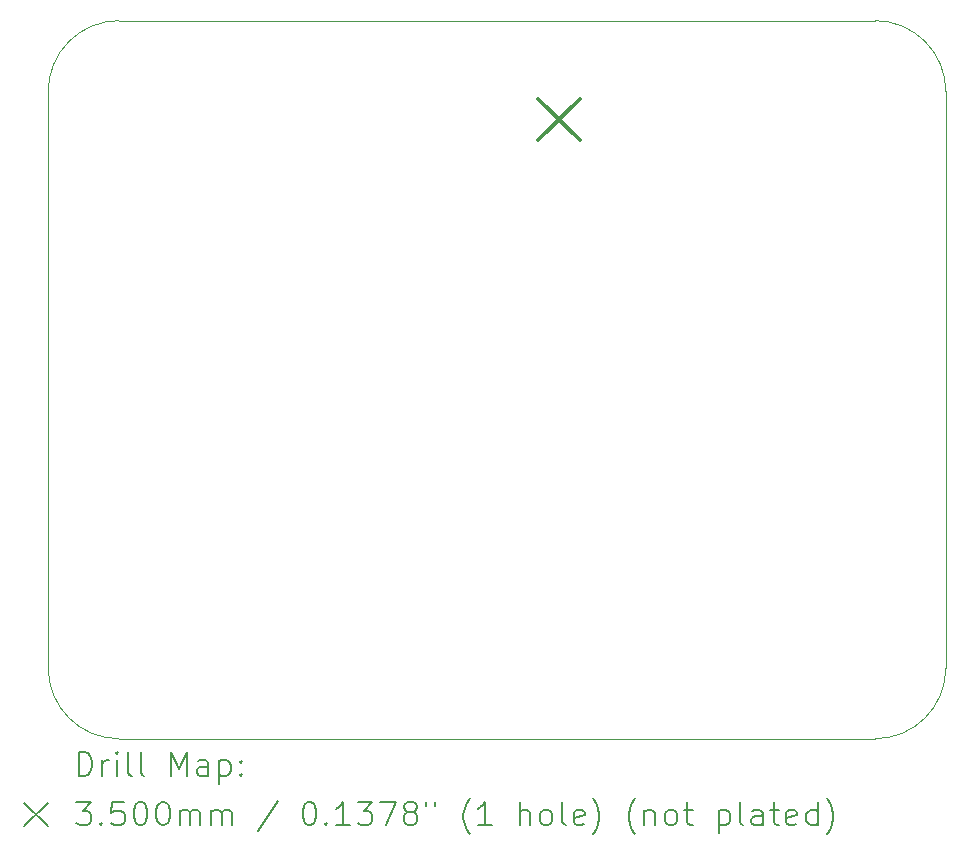
<source format=gbr>
%TF.GenerationSoftware,KiCad,Pcbnew,8.0.3*%
%TF.CreationDate,2024-10-06T22:03:06-03:00*%
%TF.ProjectId,digital_dice,64696769-7461-46c5-9f64-6963652e6b69,rev?*%
%TF.SameCoordinates,Original*%
%TF.FileFunction,Drillmap*%
%TF.FilePolarity,Positive*%
%FSLAX45Y45*%
G04 Gerber Fmt 4.5, Leading zero omitted, Abs format (unit mm)*
G04 Created by KiCad (PCBNEW 8.0.3) date 2024-10-06 22:03:06*
%MOMM*%
%LPD*%
G01*
G04 APERTURE LIST*
%ADD10C,0.050000*%
%ADD11C,0.200000*%
%ADD12C,0.350000*%
G04 APERTURE END LIST*
D10*
X19200000Y-15200000D02*
X19200000Y-10320000D01*
X12200000Y-15800000D02*
X18600000Y-15800000D01*
X11600000Y-10320000D02*
X11600000Y-15200000D01*
X18600000Y-9720000D02*
X12200000Y-9720000D01*
X18600000Y-9720000D02*
G75*
G02*
X19200000Y-10320000I0J-600000D01*
G01*
X19200000Y-15200000D02*
G75*
G02*
X18600000Y-15800000I-600000J0D01*
G01*
X12200000Y-15800000D02*
G75*
G02*
X11600000Y-15200000I0J600000D01*
G01*
X11600000Y-10320000D02*
G75*
G02*
X12200000Y-9720000I600000J0D01*
G01*
D11*
D12*
X15750489Y-10381989D02*
X16100489Y-10731989D01*
X16100489Y-10381989D02*
X15750489Y-10731989D01*
D11*
X11858277Y-16113984D02*
X11858277Y-15913984D01*
X11858277Y-15913984D02*
X11905896Y-15913984D01*
X11905896Y-15913984D02*
X11934467Y-15923508D01*
X11934467Y-15923508D02*
X11953515Y-15942555D01*
X11953515Y-15942555D02*
X11963039Y-15961603D01*
X11963039Y-15961603D02*
X11972562Y-15999698D01*
X11972562Y-15999698D02*
X11972562Y-16028269D01*
X11972562Y-16028269D02*
X11963039Y-16066365D01*
X11963039Y-16066365D02*
X11953515Y-16085412D01*
X11953515Y-16085412D02*
X11934467Y-16104460D01*
X11934467Y-16104460D02*
X11905896Y-16113984D01*
X11905896Y-16113984D02*
X11858277Y-16113984D01*
X12058277Y-16113984D02*
X12058277Y-15980650D01*
X12058277Y-16018746D02*
X12067801Y-15999698D01*
X12067801Y-15999698D02*
X12077324Y-15990174D01*
X12077324Y-15990174D02*
X12096372Y-15980650D01*
X12096372Y-15980650D02*
X12115420Y-15980650D01*
X12182086Y-16113984D02*
X12182086Y-15980650D01*
X12182086Y-15913984D02*
X12172562Y-15923508D01*
X12172562Y-15923508D02*
X12182086Y-15933031D01*
X12182086Y-15933031D02*
X12191610Y-15923508D01*
X12191610Y-15923508D02*
X12182086Y-15913984D01*
X12182086Y-15913984D02*
X12182086Y-15933031D01*
X12305896Y-16113984D02*
X12286848Y-16104460D01*
X12286848Y-16104460D02*
X12277324Y-16085412D01*
X12277324Y-16085412D02*
X12277324Y-15913984D01*
X12410658Y-16113984D02*
X12391610Y-16104460D01*
X12391610Y-16104460D02*
X12382086Y-16085412D01*
X12382086Y-16085412D02*
X12382086Y-15913984D01*
X12639229Y-16113984D02*
X12639229Y-15913984D01*
X12639229Y-15913984D02*
X12705896Y-16056841D01*
X12705896Y-16056841D02*
X12772562Y-15913984D01*
X12772562Y-15913984D02*
X12772562Y-16113984D01*
X12953515Y-16113984D02*
X12953515Y-16009222D01*
X12953515Y-16009222D02*
X12943991Y-15990174D01*
X12943991Y-15990174D02*
X12924943Y-15980650D01*
X12924943Y-15980650D02*
X12886848Y-15980650D01*
X12886848Y-15980650D02*
X12867801Y-15990174D01*
X12953515Y-16104460D02*
X12934467Y-16113984D01*
X12934467Y-16113984D02*
X12886848Y-16113984D01*
X12886848Y-16113984D02*
X12867801Y-16104460D01*
X12867801Y-16104460D02*
X12858277Y-16085412D01*
X12858277Y-16085412D02*
X12858277Y-16066365D01*
X12858277Y-16066365D02*
X12867801Y-16047317D01*
X12867801Y-16047317D02*
X12886848Y-16037793D01*
X12886848Y-16037793D02*
X12934467Y-16037793D01*
X12934467Y-16037793D02*
X12953515Y-16028269D01*
X13048753Y-15980650D02*
X13048753Y-16180650D01*
X13048753Y-15990174D02*
X13067801Y-15980650D01*
X13067801Y-15980650D02*
X13105896Y-15980650D01*
X13105896Y-15980650D02*
X13124943Y-15990174D01*
X13124943Y-15990174D02*
X13134467Y-15999698D01*
X13134467Y-15999698D02*
X13143991Y-16018746D01*
X13143991Y-16018746D02*
X13143991Y-16075888D01*
X13143991Y-16075888D02*
X13134467Y-16094936D01*
X13134467Y-16094936D02*
X13124943Y-16104460D01*
X13124943Y-16104460D02*
X13105896Y-16113984D01*
X13105896Y-16113984D02*
X13067801Y-16113984D01*
X13067801Y-16113984D02*
X13048753Y-16104460D01*
X13229705Y-16094936D02*
X13239229Y-16104460D01*
X13239229Y-16104460D02*
X13229705Y-16113984D01*
X13229705Y-16113984D02*
X13220182Y-16104460D01*
X13220182Y-16104460D02*
X13229705Y-16094936D01*
X13229705Y-16094936D02*
X13229705Y-16113984D01*
X13229705Y-15990174D02*
X13239229Y-15999698D01*
X13239229Y-15999698D02*
X13229705Y-16009222D01*
X13229705Y-16009222D02*
X13220182Y-15999698D01*
X13220182Y-15999698D02*
X13229705Y-15990174D01*
X13229705Y-15990174D02*
X13229705Y-16009222D01*
X11397500Y-16342500D02*
X11597500Y-16542500D01*
X11597500Y-16342500D02*
X11397500Y-16542500D01*
X11839229Y-16333984D02*
X11963039Y-16333984D01*
X11963039Y-16333984D02*
X11896372Y-16410174D01*
X11896372Y-16410174D02*
X11924943Y-16410174D01*
X11924943Y-16410174D02*
X11943991Y-16419698D01*
X11943991Y-16419698D02*
X11953515Y-16429222D01*
X11953515Y-16429222D02*
X11963039Y-16448269D01*
X11963039Y-16448269D02*
X11963039Y-16495888D01*
X11963039Y-16495888D02*
X11953515Y-16514936D01*
X11953515Y-16514936D02*
X11943991Y-16524460D01*
X11943991Y-16524460D02*
X11924943Y-16533984D01*
X11924943Y-16533984D02*
X11867801Y-16533984D01*
X11867801Y-16533984D02*
X11848753Y-16524460D01*
X11848753Y-16524460D02*
X11839229Y-16514936D01*
X12048753Y-16514936D02*
X12058277Y-16524460D01*
X12058277Y-16524460D02*
X12048753Y-16533984D01*
X12048753Y-16533984D02*
X12039229Y-16524460D01*
X12039229Y-16524460D02*
X12048753Y-16514936D01*
X12048753Y-16514936D02*
X12048753Y-16533984D01*
X12239229Y-16333984D02*
X12143991Y-16333984D01*
X12143991Y-16333984D02*
X12134467Y-16429222D01*
X12134467Y-16429222D02*
X12143991Y-16419698D01*
X12143991Y-16419698D02*
X12163039Y-16410174D01*
X12163039Y-16410174D02*
X12210658Y-16410174D01*
X12210658Y-16410174D02*
X12229705Y-16419698D01*
X12229705Y-16419698D02*
X12239229Y-16429222D01*
X12239229Y-16429222D02*
X12248753Y-16448269D01*
X12248753Y-16448269D02*
X12248753Y-16495888D01*
X12248753Y-16495888D02*
X12239229Y-16514936D01*
X12239229Y-16514936D02*
X12229705Y-16524460D01*
X12229705Y-16524460D02*
X12210658Y-16533984D01*
X12210658Y-16533984D02*
X12163039Y-16533984D01*
X12163039Y-16533984D02*
X12143991Y-16524460D01*
X12143991Y-16524460D02*
X12134467Y-16514936D01*
X12372562Y-16333984D02*
X12391610Y-16333984D01*
X12391610Y-16333984D02*
X12410658Y-16343508D01*
X12410658Y-16343508D02*
X12420182Y-16353031D01*
X12420182Y-16353031D02*
X12429705Y-16372079D01*
X12429705Y-16372079D02*
X12439229Y-16410174D01*
X12439229Y-16410174D02*
X12439229Y-16457793D01*
X12439229Y-16457793D02*
X12429705Y-16495888D01*
X12429705Y-16495888D02*
X12420182Y-16514936D01*
X12420182Y-16514936D02*
X12410658Y-16524460D01*
X12410658Y-16524460D02*
X12391610Y-16533984D01*
X12391610Y-16533984D02*
X12372562Y-16533984D01*
X12372562Y-16533984D02*
X12353515Y-16524460D01*
X12353515Y-16524460D02*
X12343991Y-16514936D01*
X12343991Y-16514936D02*
X12334467Y-16495888D01*
X12334467Y-16495888D02*
X12324943Y-16457793D01*
X12324943Y-16457793D02*
X12324943Y-16410174D01*
X12324943Y-16410174D02*
X12334467Y-16372079D01*
X12334467Y-16372079D02*
X12343991Y-16353031D01*
X12343991Y-16353031D02*
X12353515Y-16343508D01*
X12353515Y-16343508D02*
X12372562Y-16333984D01*
X12563039Y-16333984D02*
X12582086Y-16333984D01*
X12582086Y-16333984D02*
X12601134Y-16343508D01*
X12601134Y-16343508D02*
X12610658Y-16353031D01*
X12610658Y-16353031D02*
X12620182Y-16372079D01*
X12620182Y-16372079D02*
X12629705Y-16410174D01*
X12629705Y-16410174D02*
X12629705Y-16457793D01*
X12629705Y-16457793D02*
X12620182Y-16495888D01*
X12620182Y-16495888D02*
X12610658Y-16514936D01*
X12610658Y-16514936D02*
X12601134Y-16524460D01*
X12601134Y-16524460D02*
X12582086Y-16533984D01*
X12582086Y-16533984D02*
X12563039Y-16533984D01*
X12563039Y-16533984D02*
X12543991Y-16524460D01*
X12543991Y-16524460D02*
X12534467Y-16514936D01*
X12534467Y-16514936D02*
X12524943Y-16495888D01*
X12524943Y-16495888D02*
X12515420Y-16457793D01*
X12515420Y-16457793D02*
X12515420Y-16410174D01*
X12515420Y-16410174D02*
X12524943Y-16372079D01*
X12524943Y-16372079D02*
X12534467Y-16353031D01*
X12534467Y-16353031D02*
X12543991Y-16343508D01*
X12543991Y-16343508D02*
X12563039Y-16333984D01*
X12715420Y-16533984D02*
X12715420Y-16400650D01*
X12715420Y-16419698D02*
X12724943Y-16410174D01*
X12724943Y-16410174D02*
X12743991Y-16400650D01*
X12743991Y-16400650D02*
X12772563Y-16400650D01*
X12772563Y-16400650D02*
X12791610Y-16410174D01*
X12791610Y-16410174D02*
X12801134Y-16429222D01*
X12801134Y-16429222D02*
X12801134Y-16533984D01*
X12801134Y-16429222D02*
X12810658Y-16410174D01*
X12810658Y-16410174D02*
X12829705Y-16400650D01*
X12829705Y-16400650D02*
X12858277Y-16400650D01*
X12858277Y-16400650D02*
X12877324Y-16410174D01*
X12877324Y-16410174D02*
X12886848Y-16429222D01*
X12886848Y-16429222D02*
X12886848Y-16533984D01*
X12982086Y-16533984D02*
X12982086Y-16400650D01*
X12982086Y-16419698D02*
X12991610Y-16410174D01*
X12991610Y-16410174D02*
X13010658Y-16400650D01*
X13010658Y-16400650D02*
X13039229Y-16400650D01*
X13039229Y-16400650D02*
X13058277Y-16410174D01*
X13058277Y-16410174D02*
X13067801Y-16429222D01*
X13067801Y-16429222D02*
X13067801Y-16533984D01*
X13067801Y-16429222D02*
X13077324Y-16410174D01*
X13077324Y-16410174D02*
X13096372Y-16400650D01*
X13096372Y-16400650D02*
X13124943Y-16400650D01*
X13124943Y-16400650D02*
X13143991Y-16410174D01*
X13143991Y-16410174D02*
X13153515Y-16429222D01*
X13153515Y-16429222D02*
X13153515Y-16533984D01*
X13543991Y-16324460D02*
X13372563Y-16581603D01*
X13801134Y-16333984D02*
X13820182Y-16333984D01*
X13820182Y-16333984D02*
X13839229Y-16343508D01*
X13839229Y-16343508D02*
X13848753Y-16353031D01*
X13848753Y-16353031D02*
X13858277Y-16372079D01*
X13858277Y-16372079D02*
X13867801Y-16410174D01*
X13867801Y-16410174D02*
X13867801Y-16457793D01*
X13867801Y-16457793D02*
X13858277Y-16495888D01*
X13858277Y-16495888D02*
X13848753Y-16514936D01*
X13848753Y-16514936D02*
X13839229Y-16524460D01*
X13839229Y-16524460D02*
X13820182Y-16533984D01*
X13820182Y-16533984D02*
X13801134Y-16533984D01*
X13801134Y-16533984D02*
X13782086Y-16524460D01*
X13782086Y-16524460D02*
X13772563Y-16514936D01*
X13772563Y-16514936D02*
X13763039Y-16495888D01*
X13763039Y-16495888D02*
X13753515Y-16457793D01*
X13753515Y-16457793D02*
X13753515Y-16410174D01*
X13753515Y-16410174D02*
X13763039Y-16372079D01*
X13763039Y-16372079D02*
X13772563Y-16353031D01*
X13772563Y-16353031D02*
X13782086Y-16343508D01*
X13782086Y-16343508D02*
X13801134Y-16333984D01*
X13953515Y-16514936D02*
X13963039Y-16524460D01*
X13963039Y-16524460D02*
X13953515Y-16533984D01*
X13953515Y-16533984D02*
X13943991Y-16524460D01*
X13943991Y-16524460D02*
X13953515Y-16514936D01*
X13953515Y-16514936D02*
X13953515Y-16533984D01*
X14153515Y-16533984D02*
X14039229Y-16533984D01*
X14096372Y-16533984D02*
X14096372Y-16333984D01*
X14096372Y-16333984D02*
X14077325Y-16362555D01*
X14077325Y-16362555D02*
X14058277Y-16381603D01*
X14058277Y-16381603D02*
X14039229Y-16391127D01*
X14220182Y-16333984D02*
X14343991Y-16333984D01*
X14343991Y-16333984D02*
X14277325Y-16410174D01*
X14277325Y-16410174D02*
X14305896Y-16410174D01*
X14305896Y-16410174D02*
X14324944Y-16419698D01*
X14324944Y-16419698D02*
X14334467Y-16429222D01*
X14334467Y-16429222D02*
X14343991Y-16448269D01*
X14343991Y-16448269D02*
X14343991Y-16495888D01*
X14343991Y-16495888D02*
X14334467Y-16514936D01*
X14334467Y-16514936D02*
X14324944Y-16524460D01*
X14324944Y-16524460D02*
X14305896Y-16533984D01*
X14305896Y-16533984D02*
X14248753Y-16533984D01*
X14248753Y-16533984D02*
X14229706Y-16524460D01*
X14229706Y-16524460D02*
X14220182Y-16514936D01*
X14410658Y-16333984D02*
X14543991Y-16333984D01*
X14543991Y-16333984D02*
X14458277Y-16533984D01*
X14648753Y-16419698D02*
X14629706Y-16410174D01*
X14629706Y-16410174D02*
X14620182Y-16400650D01*
X14620182Y-16400650D02*
X14610658Y-16381603D01*
X14610658Y-16381603D02*
X14610658Y-16372079D01*
X14610658Y-16372079D02*
X14620182Y-16353031D01*
X14620182Y-16353031D02*
X14629706Y-16343508D01*
X14629706Y-16343508D02*
X14648753Y-16333984D01*
X14648753Y-16333984D02*
X14686848Y-16333984D01*
X14686848Y-16333984D02*
X14705896Y-16343508D01*
X14705896Y-16343508D02*
X14715420Y-16353031D01*
X14715420Y-16353031D02*
X14724944Y-16372079D01*
X14724944Y-16372079D02*
X14724944Y-16381603D01*
X14724944Y-16381603D02*
X14715420Y-16400650D01*
X14715420Y-16400650D02*
X14705896Y-16410174D01*
X14705896Y-16410174D02*
X14686848Y-16419698D01*
X14686848Y-16419698D02*
X14648753Y-16419698D01*
X14648753Y-16419698D02*
X14629706Y-16429222D01*
X14629706Y-16429222D02*
X14620182Y-16438746D01*
X14620182Y-16438746D02*
X14610658Y-16457793D01*
X14610658Y-16457793D02*
X14610658Y-16495888D01*
X14610658Y-16495888D02*
X14620182Y-16514936D01*
X14620182Y-16514936D02*
X14629706Y-16524460D01*
X14629706Y-16524460D02*
X14648753Y-16533984D01*
X14648753Y-16533984D02*
X14686848Y-16533984D01*
X14686848Y-16533984D02*
X14705896Y-16524460D01*
X14705896Y-16524460D02*
X14715420Y-16514936D01*
X14715420Y-16514936D02*
X14724944Y-16495888D01*
X14724944Y-16495888D02*
X14724944Y-16457793D01*
X14724944Y-16457793D02*
X14715420Y-16438746D01*
X14715420Y-16438746D02*
X14705896Y-16429222D01*
X14705896Y-16429222D02*
X14686848Y-16419698D01*
X14801134Y-16333984D02*
X14801134Y-16372079D01*
X14877325Y-16333984D02*
X14877325Y-16372079D01*
X15172563Y-16610174D02*
X15163039Y-16600650D01*
X15163039Y-16600650D02*
X15143991Y-16572079D01*
X15143991Y-16572079D02*
X15134468Y-16553031D01*
X15134468Y-16553031D02*
X15124944Y-16524460D01*
X15124944Y-16524460D02*
X15115420Y-16476841D01*
X15115420Y-16476841D02*
X15115420Y-16438746D01*
X15115420Y-16438746D02*
X15124944Y-16391127D01*
X15124944Y-16391127D02*
X15134468Y-16362555D01*
X15134468Y-16362555D02*
X15143991Y-16343508D01*
X15143991Y-16343508D02*
X15163039Y-16314936D01*
X15163039Y-16314936D02*
X15172563Y-16305412D01*
X15353515Y-16533984D02*
X15239229Y-16533984D01*
X15296372Y-16533984D02*
X15296372Y-16333984D01*
X15296372Y-16333984D02*
X15277325Y-16362555D01*
X15277325Y-16362555D02*
X15258277Y-16381603D01*
X15258277Y-16381603D02*
X15239229Y-16391127D01*
X15591610Y-16533984D02*
X15591610Y-16333984D01*
X15677325Y-16533984D02*
X15677325Y-16429222D01*
X15677325Y-16429222D02*
X15667801Y-16410174D01*
X15667801Y-16410174D02*
X15648753Y-16400650D01*
X15648753Y-16400650D02*
X15620182Y-16400650D01*
X15620182Y-16400650D02*
X15601134Y-16410174D01*
X15601134Y-16410174D02*
X15591610Y-16419698D01*
X15801134Y-16533984D02*
X15782087Y-16524460D01*
X15782087Y-16524460D02*
X15772563Y-16514936D01*
X15772563Y-16514936D02*
X15763039Y-16495888D01*
X15763039Y-16495888D02*
X15763039Y-16438746D01*
X15763039Y-16438746D02*
X15772563Y-16419698D01*
X15772563Y-16419698D02*
X15782087Y-16410174D01*
X15782087Y-16410174D02*
X15801134Y-16400650D01*
X15801134Y-16400650D02*
X15829706Y-16400650D01*
X15829706Y-16400650D02*
X15848753Y-16410174D01*
X15848753Y-16410174D02*
X15858277Y-16419698D01*
X15858277Y-16419698D02*
X15867801Y-16438746D01*
X15867801Y-16438746D02*
X15867801Y-16495888D01*
X15867801Y-16495888D02*
X15858277Y-16514936D01*
X15858277Y-16514936D02*
X15848753Y-16524460D01*
X15848753Y-16524460D02*
X15829706Y-16533984D01*
X15829706Y-16533984D02*
X15801134Y-16533984D01*
X15982087Y-16533984D02*
X15963039Y-16524460D01*
X15963039Y-16524460D02*
X15953515Y-16505412D01*
X15953515Y-16505412D02*
X15953515Y-16333984D01*
X16134468Y-16524460D02*
X16115420Y-16533984D01*
X16115420Y-16533984D02*
X16077325Y-16533984D01*
X16077325Y-16533984D02*
X16058277Y-16524460D01*
X16058277Y-16524460D02*
X16048753Y-16505412D01*
X16048753Y-16505412D02*
X16048753Y-16429222D01*
X16048753Y-16429222D02*
X16058277Y-16410174D01*
X16058277Y-16410174D02*
X16077325Y-16400650D01*
X16077325Y-16400650D02*
X16115420Y-16400650D01*
X16115420Y-16400650D02*
X16134468Y-16410174D01*
X16134468Y-16410174D02*
X16143991Y-16429222D01*
X16143991Y-16429222D02*
X16143991Y-16448269D01*
X16143991Y-16448269D02*
X16048753Y-16467317D01*
X16210658Y-16610174D02*
X16220182Y-16600650D01*
X16220182Y-16600650D02*
X16239230Y-16572079D01*
X16239230Y-16572079D02*
X16248753Y-16553031D01*
X16248753Y-16553031D02*
X16258277Y-16524460D01*
X16258277Y-16524460D02*
X16267801Y-16476841D01*
X16267801Y-16476841D02*
X16267801Y-16438746D01*
X16267801Y-16438746D02*
X16258277Y-16391127D01*
X16258277Y-16391127D02*
X16248753Y-16362555D01*
X16248753Y-16362555D02*
X16239230Y-16343508D01*
X16239230Y-16343508D02*
X16220182Y-16314936D01*
X16220182Y-16314936D02*
X16210658Y-16305412D01*
X16572563Y-16610174D02*
X16563039Y-16600650D01*
X16563039Y-16600650D02*
X16543991Y-16572079D01*
X16543991Y-16572079D02*
X16534468Y-16553031D01*
X16534468Y-16553031D02*
X16524944Y-16524460D01*
X16524944Y-16524460D02*
X16515420Y-16476841D01*
X16515420Y-16476841D02*
X16515420Y-16438746D01*
X16515420Y-16438746D02*
X16524944Y-16391127D01*
X16524944Y-16391127D02*
X16534468Y-16362555D01*
X16534468Y-16362555D02*
X16543991Y-16343508D01*
X16543991Y-16343508D02*
X16563039Y-16314936D01*
X16563039Y-16314936D02*
X16572563Y-16305412D01*
X16648753Y-16400650D02*
X16648753Y-16533984D01*
X16648753Y-16419698D02*
X16658277Y-16410174D01*
X16658277Y-16410174D02*
X16677325Y-16400650D01*
X16677325Y-16400650D02*
X16705896Y-16400650D01*
X16705896Y-16400650D02*
X16724944Y-16410174D01*
X16724944Y-16410174D02*
X16734468Y-16429222D01*
X16734468Y-16429222D02*
X16734468Y-16533984D01*
X16858277Y-16533984D02*
X16839230Y-16524460D01*
X16839230Y-16524460D02*
X16829706Y-16514936D01*
X16829706Y-16514936D02*
X16820182Y-16495888D01*
X16820182Y-16495888D02*
X16820182Y-16438746D01*
X16820182Y-16438746D02*
X16829706Y-16419698D01*
X16829706Y-16419698D02*
X16839230Y-16410174D01*
X16839230Y-16410174D02*
X16858277Y-16400650D01*
X16858277Y-16400650D02*
X16886849Y-16400650D01*
X16886849Y-16400650D02*
X16905896Y-16410174D01*
X16905896Y-16410174D02*
X16915420Y-16419698D01*
X16915420Y-16419698D02*
X16924944Y-16438746D01*
X16924944Y-16438746D02*
X16924944Y-16495888D01*
X16924944Y-16495888D02*
X16915420Y-16514936D01*
X16915420Y-16514936D02*
X16905896Y-16524460D01*
X16905896Y-16524460D02*
X16886849Y-16533984D01*
X16886849Y-16533984D02*
X16858277Y-16533984D01*
X16982087Y-16400650D02*
X17058277Y-16400650D01*
X17010658Y-16333984D02*
X17010658Y-16505412D01*
X17010658Y-16505412D02*
X17020182Y-16524460D01*
X17020182Y-16524460D02*
X17039230Y-16533984D01*
X17039230Y-16533984D02*
X17058277Y-16533984D01*
X17277325Y-16400650D02*
X17277325Y-16600650D01*
X17277325Y-16410174D02*
X17296373Y-16400650D01*
X17296373Y-16400650D02*
X17334468Y-16400650D01*
X17334468Y-16400650D02*
X17353515Y-16410174D01*
X17353515Y-16410174D02*
X17363039Y-16419698D01*
X17363039Y-16419698D02*
X17372563Y-16438746D01*
X17372563Y-16438746D02*
X17372563Y-16495888D01*
X17372563Y-16495888D02*
X17363039Y-16514936D01*
X17363039Y-16514936D02*
X17353515Y-16524460D01*
X17353515Y-16524460D02*
X17334468Y-16533984D01*
X17334468Y-16533984D02*
X17296373Y-16533984D01*
X17296373Y-16533984D02*
X17277325Y-16524460D01*
X17486849Y-16533984D02*
X17467801Y-16524460D01*
X17467801Y-16524460D02*
X17458277Y-16505412D01*
X17458277Y-16505412D02*
X17458277Y-16333984D01*
X17648754Y-16533984D02*
X17648754Y-16429222D01*
X17648754Y-16429222D02*
X17639230Y-16410174D01*
X17639230Y-16410174D02*
X17620182Y-16400650D01*
X17620182Y-16400650D02*
X17582087Y-16400650D01*
X17582087Y-16400650D02*
X17563039Y-16410174D01*
X17648754Y-16524460D02*
X17629706Y-16533984D01*
X17629706Y-16533984D02*
X17582087Y-16533984D01*
X17582087Y-16533984D02*
X17563039Y-16524460D01*
X17563039Y-16524460D02*
X17553515Y-16505412D01*
X17553515Y-16505412D02*
X17553515Y-16486365D01*
X17553515Y-16486365D02*
X17563039Y-16467317D01*
X17563039Y-16467317D02*
X17582087Y-16457793D01*
X17582087Y-16457793D02*
X17629706Y-16457793D01*
X17629706Y-16457793D02*
X17648754Y-16448269D01*
X17715420Y-16400650D02*
X17791611Y-16400650D01*
X17743992Y-16333984D02*
X17743992Y-16505412D01*
X17743992Y-16505412D02*
X17753515Y-16524460D01*
X17753515Y-16524460D02*
X17772563Y-16533984D01*
X17772563Y-16533984D02*
X17791611Y-16533984D01*
X17934468Y-16524460D02*
X17915420Y-16533984D01*
X17915420Y-16533984D02*
X17877325Y-16533984D01*
X17877325Y-16533984D02*
X17858277Y-16524460D01*
X17858277Y-16524460D02*
X17848754Y-16505412D01*
X17848754Y-16505412D02*
X17848754Y-16429222D01*
X17848754Y-16429222D02*
X17858277Y-16410174D01*
X17858277Y-16410174D02*
X17877325Y-16400650D01*
X17877325Y-16400650D02*
X17915420Y-16400650D01*
X17915420Y-16400650D02*
X17934468Y-16410174D01*
X17934468Y-16410174D02*
X17943992Y-16429222D01*
X17943992Y-16429222D02*
X17943992Y-16448269D01*
X17943992Y-16448269D02*
X17848754Y-16467317D01*
X18115420Y-16533984D02*
X18115420Y-16333984D01*
X18115420Y-16524460D02*
X18096373Y-16533984D01*
X18096373Y-16533984D02*
X18058277Y-16533984D01*
X18058277Y-16533984D02*
X18039230Y-16524460D01*
X18039230Y-16524460D02*
X18029706Y-16514936D01*
X18029706Y-16514936D02*
X18020182Y-16495888D01*
X18020182Y-16495888D02*
X18020182Y-16438746D01*
X18020182Y-16438746D02*
X18029706Y-16419698D01*
X18029706Y-16419698D02*
X18039230Y-16410174D01*
X18039230Y-16410174D02*
X18058277Y-16400650D01*
X18058277Y-16400650D02*
X18096373Y-16400650D01*
X18096373Y-16400650D02*
X18115420Y-16410174D01*
X18191611Y-16610174D02*
X18201135Y-16600650D01*
X18201135Y-16600650D02*
X18220182Y-16572079D01*
X18220182Y-16572079D02*
X18229706Y-16553031D01*
X18229706Y-16553031D02*
X18239230Y-16524460D01*
X18239230Y-16524460D02*
X18248754Y-16476841D01*
X18248754Y-16476841D02*
X18248754Y-16438746D01*
X18248754Y-16438746D02*
X18239230Y-16391127D01*
X18239230Y-16391127D02*
X18229706Y-16362555D01*
X18229706Y-16362555D02*
X18220182Y-16343508D01*
X18220182Y-16343508D02*
X18201135Y-16314936D01*
X18201135Y-16314936D02*
X18191611Y-16305412D01*
M02*

</source>
